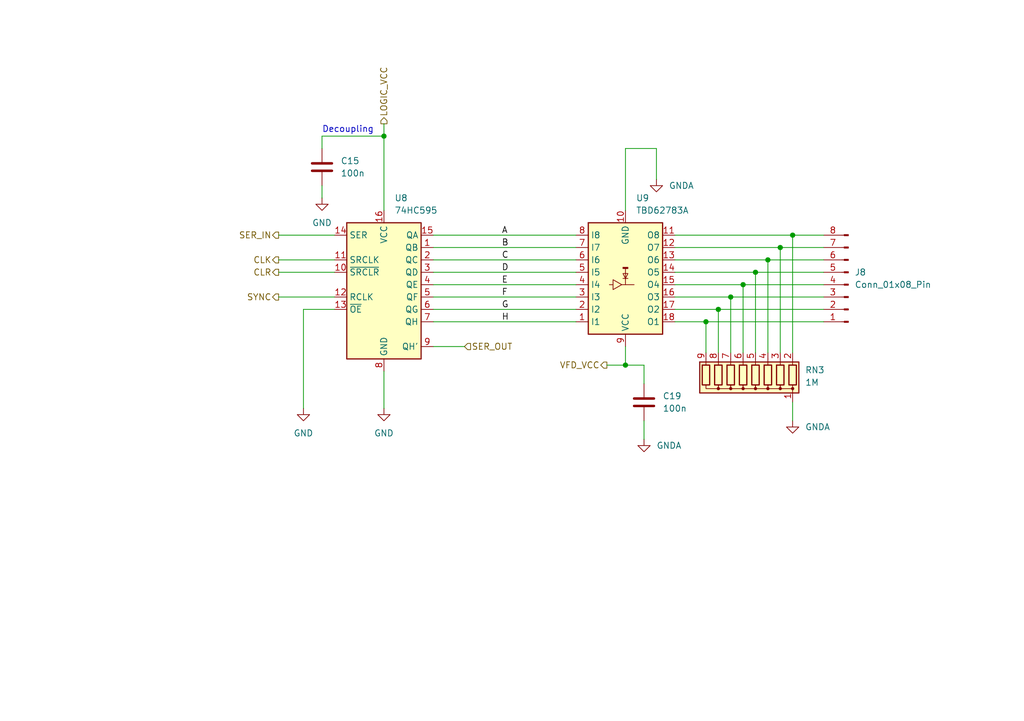
<source format=kicad_sch>
(kicad_sch (version 20250114) (generator "eeschema") (generator_version "9.0")
  (paper "A5")
  (title_block (title "8 Pin Driver") (date "2025-08-26") (rev "1.0.0") (company "ENEL200") (comment 1 "LWQ"))
  (lib_symbols
    (symbol "74xx:74HC595"
      (property "Reference" "U" (at -7.62 13.97 0))
      (property "Value" "74HC595" (at -7.62 -16.51 0))
      (symbol "74HC595_1_0"
        (pin input line (at -10.16 10.16 0) (length 2.54) (name "SER") (number "14"))
        (pin input line (at -10.16 5.08 0) (length 2.54) (name "SRCLK") (number "11"))
        (pin input line (at -10.16 2.54 0) (length 2.54) (name "~{SRCLR}") (number "10"))
        (pin input line (at -10.16 -2.54 0) (length 2.54) (name "RCLK") (number "12"))
        (pin input line (at -10.16 -5.08 0) (length 2.54) (name "~{OE}") (number "13"))
        (pin power_in line (at 0 15.24 270) (length 2.54) (name "VCC") (number "16"))
        (pin power_in line (at 0 -17.78 90) (length 2.54) (name "GND") (number "8"))
        (pin tri_state line (at 10.16 10.16 180) (length 2.54) (name "QA") (number "15"))
        (pin tri_state line (at 10.16 7.62 180) (length 2.54) (name "QB") (number "1"))
        (pin tri_state line (at 10.16 5.08 180) (length 2.54) (name "QC") (number "2"))
        (pin tri_state line (at 10.16 2.54 180) (length 2.54) (name "QD") (number "3"))
        (pin tri_state line (at 10.16 0 180) (length 2.54) (name "QE") (number "4"))
        (pin tri_state line (at 10.16 -2.54 180) (length 2.54) (name "QF") (number "5"))
        (pin tri_state line (at 10.16 -5.08 180) (length 2.54) (name "QG") (number "6"))
        (pin tri_state line (at 10.16 -7.62 180) (length 2.54) (name "QH") (number "7"))
        (pin output line (at 10.16 -12.7 180) (length 2.54) (name "QH'") (number "9"))
      )
      (symbol "74HC595_1_1"
        (rectangle (start -7.62 12.7) (end 7.62 -15.24) (stroke (width 0.254)) (fill (type background)))
      )
    )
    (symbol "Connector:Conn_01x08_Pin" (pin_names (offset 1.016) (hide yes))
      (property "Reference" "J" (at 0 10.16 0))
      (property "Value" "Conn_01x08_Pin" (at 0 -12.7 0))
      (symbol "Conn_01x08_Pin_1_1"
        (rectangle (start 0.8636 7.747) (end 0 7.493) (stroke (width 0.1524)) (fill (type outline)))
        (rectangle (start 0.8636 5.207) (end 0 4.953) (stroke (width 0.1524)) (fill (type outline)))
        (rectangle (start 0.8636 2.667) (end 0 2.413) (stroke (width 0.1524)) (fill (type outline)))
        (rectangle (start 0.8636 0.127) (end 0 -0.127) (stroke (width 0.1524)) (fill (type outline)))
        (rectangle (start 0.8636 -2.413) (end 0 -2.667) (stroke (width 0.1524)) (fill (type outline)))
        (rectangle (start 0.8636 -4.953) (end 0 -5.207) (stroke (width 0.1524)) (fill (type outline)))
        (rectangle (start 0.8636 -7.493) (end 0 -7.747) (stroke (width 0.1524)) (fill (type outline)))
        (rectangle (start 0.8636 -10.033) (end 0 -10.287) (stroke (width 0.1524)) (fill (type outline)))
        (polyline (pts (xy 1.27 7.62) (xy 0.8636 7.62)) (stroke (width 0.1524)))
        (polyline (pts (xy 1.27 5.08) (xy 0.8636 5.08)) (stroke (width 0.1524)))
        (polyline (pts (xy 1.27 2.54) (xy 0.8636 2.54)) (stroke (width 0.1524)))
        (polyline (pts (xy 1.27 0) (xy 0.8636 0)) (stroke (width 0.1524)))
        (polyline (pts (xy 1.27 -2.54) (xy 0.8636 -2.54)) (stroke (width 0.1524)))
        (polyline (pts (xy 1.27 -5.08) (xy 0.8636 -5.08)) (stroke (width 0.1524)))
        (polyline (pts (xy 1.27 -7.62) (xy 0.8636 -7.62)) (stroke (width 0.1524)))
        (polyline (pts (xy 1.27 -10.16) (xy 0.8636 -10.16)) (stroke (width 0.1524)))
        (pin passive line (at 5.08 7.62 180) (length 3.81) (name "Pin_1") (number "1"))
        (pin passive line (at 5.08 5.08 180) (length 3.81) (name "Pin_2") (number "2"))
        (pin passive line (at 5.08 2.54 180) (length 3.81) (name "Pin_3") (number "3"))
        (pin passive line (at 5.08 0 180) (length 3.81) (name "Pin_4") (number "4"))
        (pin passive line (at 5.08 -2.54 180) (length 3.81) (name "Pin_5") (number "5"))
        (pin passive line (at 5.08 -5.08 180) (length 3.81) (name "Pin_6") (number "6"))
        (pin passive line (at 5.08 -7.62 180) (length 3.81) (name "Pin_7") (number "7"))
        (pin passive line (at 5.08 -10.16 180) (length 3.81) (name "Pin_8") (number "8"))
      )
    )
    (symbol "Device:C" (pin_numbers (hide yes)) (pin_names (offset 0.254))
      (property "Reference" "C" (at 0.635 2.54 0))
      (property "Value" "C" (at 0.635 -2.54 0))
      (symbol "C_0_1"
        (polyline (pts (xy -2.032 0.762) (xy 2.032 0.762)) (stroke (width 0.508)))
        (polyline (pts (xy -2.032 -0.762) (xy 2.032 -0.762)) (stroke (width 0.508)))
      )
      (symbol "C_1_1"
        (pin passive line (at 0 3.81 270) (length 2.794) (name "~") (number "1"))
        (pin passive line (at 0 -3.81 90) (length 2.794) (name "~") (number "2"))
      )
    )
    (symbol "Device:R_Network08" (pin_names (offset 0) (hide yes))
      (property "Reference" "RN" (at -12.7 0 90))
      (property "Value" "R_Network08" (at 10.16 0 90))
      (symbol "R_Network08_0_1"
        (rectangle (start -11.43 -3.175) (end 8.89 3.175) (stroke (width 0.254)) (fill (type background)))
        (rectangle (start -10.922 1.524) (end -9.398 -2.54) (stroke (width 0.254)))
        (circle (center -10.16 2.286) (radius 0.254) (fill (type outline)))
        (polyline (pts (xy -10.16 1.524) (xy -10.16 2.286) (xy -7.62 2.286) (xy -7.62 1.524)))
        (polyline (pts (xy -10.16 -2.54) (xy -10.16 -3.81)))
        (rectangle (start -8.382 1.524) (end -6.858 -2.54) (stroke (width 0.254)))
        (circle (center -7.62 2.286) (radius 0.254) (fill (type outline)))
        (polyline (pts (xy -7.62 1.524) (xy -7.62 2.286) (xy -5.08 2.286) (xy -5.08 1.524)))
        (polyline (pts (xy -7.62 -2.54) (xy -7.62 -3.81)))
        (rectangle (start -5.842 1.524) (end -4.318 -2.54) (stroke (width 0.254)))
        (circle (center -5.08 2.286) (radius 0.254) (fill (type outline)))
        (polyline (pts (xy -5.08 1.524) (xy -5.08 2.286) (xy -2.54 2.286) (xy -2.54 1.524)))
        (polyline (pts (xy -5.08 -2.54) (xy -5.08 -3.81)))
        (rectangle (start -3.302 1.524) (end -1.778 -2.54) (stroke (width 0.254)))
        (circle (center -2.54 2.286) (radius 0.254) (fill (type outline)))
        (polyline (pts (xy -2.54 1.524) (xy -2.54 2.286) (xy 0 2.286) (xy 0 1.524)))
        (polyline (pts (xy -2.54 -2.54) (xy -2.54 -3.81)))
        (rectangle (start -0.762 1.524) (end 0.762 -2.54) (stroke (width 0.254)))
        (circle (center 0 2.286) (radius 0.254) (fill (type outline)))
        (polyline (pts (xy 0 1.524) (xy 0 2.286) (xy 2.54 2.286) (xy 2.54 1.524)))
        (polyline (pts (xy 0 -2.54) (xy 0 -3.81)))
        (rectangle (start 1.778 1.524) (end 3.302 -2.54) (stroke (width 0.254)))
        (circle (center 2.54 2.286) (radius 0.254) (fill (type outline)))
        (polyline (pts (xy 2.54 1.524) (xy 2.54 2.286) (xy 5.08 2.286) (xy 5.08 1.524)))
        (polyline (pts (xy 2.54 -2.54) (xy 2.54 -3.81)))
        (rectangle (start 4.318 1.524) (end 5.842 -2.54) (stroke (width 0.254)))
        (circle (center 5.08 2.286) (radius 0.254) (fill (type outline)))
        (polyline (pts (xy 5.08 1.524) (xy 5.08 2.286) (xy 7.62 2.286) (xy 7.62 1.524)))
        (polyline (pts (xy 5.08 -2.54) (xy 5.08 -3.81)))
        (rectangle (start 6.858 1.524) (end 8.382 -2.54) (stroke (width 0.254)))
        (polyline (pts (xy 7.62 -2.54) (xy 7.62 -3.81)))
      )
      (symbol "R_Network08_1_1"
        (pin passive line (at -10.16 5.08 270) (length 2.54) (name "common") (number "1"))
        (pin passive line (at -10.16 -5.08 90) (length 1.27) (name "R1") (number "2"))
        (pin passive line (at -7.62 -5.08 90) (length 1.27) (name "R2") (number "3"))
        (pin passive line (at -5.08 -5.08 90) (length 1.27) (name "R3") (number "4"))
        (pin passive line (at -2.54 -5.08 90) (length 1.27) (name "R4") (number "5"))
        (pin passive line (at 0 -5.08 90) (length 1.27) (name "R5") (number "6"))
        (pin passive line (at 2.54 -5.08 90) (length 1.27) (name "R6") (number "7"))
        (pin passive line (at 5.08 -5.08 90) (length 1.27) (name "R7") (number "8"))
        (pin passive line (at 7.62 -5.08 90) (length 1.27) (name "R8") (number "9"))
      )
    )
    (symbol "Transistor_Array:TBD62783A"
      (property "Reference" "U" (at -7.62 11.43 0))
      (property "Value" "TBD62783A" (at 1.27 11.43 0))
      (symbol "TBD62783A_0_1"
        (rectangle (start -7.62 10.16) (end 7.62 -12.7) (stroke (width 0.254)) (fill (type background)))
        (polyline (pts (xy -3.302 0) (xy -2.54 0) (xy -2.54 1.016) (xy -0.762 0) (xy -2.54 -1.016) (xy -2.54 0)))
        (polyline (pts (xy -1.778 2.794) (xy -1.778 2.794)) (stroke (width 0.254)))
        (polyline (pts (xy -1.778 2.032) (xy -1.778 2.032)) (stroke (width 0.254)))
        (polyline (pts (xy -1.778 1.27) (xy -1.778 1.27)) (stroke (width 0.254)))
        (polyline (pts (xy -1.778 -1.27) (xy -1.778 -1.27)) (stroke (width 0.254)))
        (polyline (pts (xy -1.778 -2.032) (xy -1.778 -2.032)) (stroke (width 0.254)))
        (polyline (pts (xy -1.778 -2.794) (xy -1.778 -2.794)) (stroke (width 0.254)))
        (polyline (pts (xy -0.762 0) (xy 1.778 0)))
        (polyline (pts (xy -0.508 -1.27) (xy 0.508 -1.27)))
        (rectangle (start -0.508 -3.302) (end 0.508 -3.556) (fill (type outline)))
        (polyline (pts (xy 0 0) (xy 0 0)) (stroke (width 0.508)))
        (polyline (pts (xy 0 0) (xy 0 -3.302)))
        (polyline (pts (xy 0 -1.27) (xy -0.508 -2.286) (xy 0.508 -2.286) (xy 0 -1.27)))
      )
      (symbol "TBD62783A_1_1"
        (pin input line (at -10.16 7.62 0) (length 2.54) (name "I1") (number "1"))
        (pin input line (at -10.16 5.08 0) (length 2.54) (name "I2") (number "2"))
        (pin input line (at -10.16 2.54 0) (length 2.54) (name "I3") (number "3"))
        (pin input line (at -10.16 0 0) (length 2.54) (name "I4") (number "4"))
        (pin input line (at -10.16 -2.54 0) (length 2.54) (name "I5") (number "5"))
        (pin input line (at -10.16 -5.08 0) (length 2.54) (name "I6") (number "6"))
        (pin input line (at -10.16 -7.62 0) (length 2.54) (name "I7") (number "7"))
        (pin input line (at -10.16 -10.16 0) (length 2.54) (name "I8") (number "8"))
        (pin power_in line (at 0 12.7 270) (length 2.54) (name "VCC") (number "9"))
        (pin power_in line (at 0 -15.24 90) (length 2.54) (name "GND") (number "10"))
        (pin open_emitter line (at 10.16 7.62 180) (length 2.54) (name "O1") (number "18"))
        (pin open_emitter line (at 10.16 5.08 180) (length 2.54) (name "O2") (number "17"))
        (pin open_emitter line (at 10.16 2.54 180) (length 2.54) (name "O3") (number "16"))
        (pin open_emitter line (at 10.16 0 180) (length 2.54) (name "O4") (number "15"))
        (pin open_emitter line (at 10.16 -2.54 180) (length 2.54) (name "O5") (number "14"))
        (pin open_emitter line (at 10.16 -5.08 180) (length 2.54) (name "O6") (number "13"))
        (pin open_emitter line (at 10.16 -7.62 180) (length 2.54) (name "O7") (number "12"))
        (pin open_emitter line (at 10.16 -10.16 180) (length 2.54) (name "O8") (number "11"))
      )
    )
    (symbol "power:GND" (power) (pin_numbers (hide yes)) (pin_names (offset 0) (hide yes))
      (property "Value" "GND" (at 0 -3.81 0))
      (symbol "GND_0_1"
        (polyline (pts (xy 0 0) (xy 0 -1.27) (xy 1.27 -1.27) (xy 0 -2.54) (xy -1.27 -1.27) (xy 0 -1.27)))
      )
      (symbol "GND_1_1"
        (pin power_in line (at 0 0 270) (length 0) (name "~") (number "1"))
      )
    )
    (symbol "power:GNDA" (power) (pin_numbers (hide yes)) (pin_names (offset 0) (hide yes))
      (property "Value" "GNDA" (at 0 -3.81 0))
      (symbol "GNDA_0_1"
        (polyline (pts (xy 0 0) (xy 0 -1.27) (xy 1.27 -1.27) (xy 0 -2.54) (xy -1.27 -1.27) (xy 0 -1.27)))
      )
      (symbol "GNDA_1_1"
        (pin power_in line (at 0 0 270) (length 0) (name "~") (number "1"))
      )
    )
  )
  (text "Decoupling" (at 71.374 26.67 0) (effects (font (size 1.27 1.27))))
  (junction (at 152.4 58.42))
  (junction (at 128.27 74.93))
  (junction (at 147.32 63.5))
  (junction (at 149.86 60.96))
  (junction (at 154.94 55.88))
  (junction (at 157.48 53.34))
  (junction (at 144.78 66.04))
  (junction (at 78.74 27.94))
  (junction (at 162.56 48.26))
  (junction (at 160.02 50.8))
  (wire (pts (xy 149.86 60.96) (xy 168.91 60.96)))
  (wire (pts (xy 88.9 66.04) (xy 118.11 66.04)))
  (wire (pts (xy 88.9 55.88) (xy 118.11 55.88)))
  (wire (pts (xy 138.43 60.96) (xy 149.86 60.96)))
  (wire (pts (xy 147.32 63.5) (xy 168.91 63.5)))
  (wire (pts (xy 88.9 71.12) (xy 95.25 71.12)))
  (wire (pts (xy 124.46 74.93) (xy 128.27 74.93)))
  (wire (pts (xy 62.23 63.5) (xy 68.58 63.5)))
  (wire (pts (xy 162.56 82.55) (xy 162.56 86.36)))
  (wire (pts (xy 88.9 58.42) (xy 118.11 58.42)))
  (wire (pts (xy 132.08 74.93) (xy 128.27 74.93)))
  (wire (pts (xy 138.43 58.42) (xy 152.4 58.42)))
  (wire (pts (xy 62.23 63.5) (xy 62.23 83.82)))
  (wire (pts (xy 66.04 38.1) (xy 66.04 40.64)))
  (wire (pts (xy 57.15 60.96) (xy 68.58 60.96)))
  (wire (pts (xy 162.56 48.26) (xy 162.56 72.39)))
  (wire (pts (xy 160.02 50.8) (xy 160.02 72.39)))
  (wire (pts (xy 138.43 48.26) (xy 162.56 48.26)))
  (wire (pts (xy 57.15 55.88) (xy 68.58 55.88)))
  (wire (pts (xy 138.43 66.04) (xy 144.78 66.04)))
  (wire (pts (xy 157.48 53.34) (xy 157.48 72.39)))
  (wire (pts (xy 88.9 50.8) (xy 118.11 50.8)))
  (wire (pts (xy 57.15 48.26) (xy 68.58 48.26)))
  (wire (pts (xy 128.27 30.48) (xy 134.62 30.48)))
  (wire (pts (xy 138.43 55.88) (xy 154.94 55.88)))
  (wire (pts (xy 128.27 43.18) (xy 128.27 30.48)))
  (wire (pts (xy 162.56 48.26) (xy 168.91 48.26)))
  (wire (pts (xy 78.74 25.4) (xy 78.74 27.94)))
  (wire (pts (xy 138.43 50.8) (xy 160.02 50.8)))
  (wire (pts (xy 57.15 53.34) (xy 68.58 53.34)))
  (wire (pts (xy 149.86 60.96) (xy 149.86 72.39)))
  (wire (pts (xy 134.62 30.48) (xy 134.62 36.83)))
  (wire (pts (xy 152.4 58.42) (xy 168.91 58.42)))
  (wire (pts (xy 78.74 27.94) (xy 78.74 43.18)))
  (wire (pts (xy 160.02 50.8) (xy 168.91 50.8)))
  (wire (pts (xy 88.9 53.34) (xy 118.11 53.34)))
  (wire (pts (xy 88.9 63.5) (xy 118.11 63.5)))
  (wire (pts (xy 128.27 74.93) (xy 128.27 71.12)))
  (wire (pts (xy 144.78 66.04) (xy 168.91 66.04)))
  (wire (pts (xy 138.43 63.5) (xy 147.32 63.5)))
  (wire (pts (xy 157.48 53.34) (xy 168.91 53.34)))
  (wire (pts (xy 132.08 86.36) (xy 132.08 90.17)))
  (wire (pts (xy 147.32 63.5) (xy 147.32 72.39)))
  (wire (pts (xy 66.04 27.94) (xy 66.04 30.48)))
  (wire (pts (xy 88.9 48.26) (xy 118.11 48.26)))
  (wire (pts (xy 132.08 78.74) (xy 132.08 74.93)))
  (wire (pts (xy 154.94 55.88) (xy 168.91 55.88)))
  (wire (pts (xy 144.78 66.04) (xy 144.78 72.39)))
  (wire (pts (xy 138.43 53.34) (xy 157.48 53.34)))
  (wire (pts (xy 88.9 60.96) (xy 118.11 60.96)))
  (wire (pts (xy 152.4 58.42) (xy 152.4 72.39)))
  (wire (pts (xy 78.74 76.2) (xy 78.74 83.82)))
  (wire (pts (xy 78.74 27.94) (xy 66.04 27.94)))
  (wire (pts (xy 154.94 55.88) (xy 154.94 72.39)))
  (label "H" (at 102.87 66.04 0))
  (label "E" (at 102.87 58.42 0))
  (label "C" (at 102.87 53.34 0))
  (label "B" (at 102.87 50.8 0))
  (label "A" (at 102.87 48.26 0))
  (label "G" (at 102.87 63.5 0))
  (label "F" (at 102.87 60.96 0))
  (label "D" (at 102.87 55.88 0))
  (hierarchical_label "VFD_VCC" (shape output) (at 124.46 74.93 180))
  (hierarchical_label "CLR" (shape output) (at 57.15 55.88 180))
  (hierarchical_label "SER_IN" (shape output) (at 57.15 48.26 180))
  (hierarchical_label "LOGIC_VCC" (shape output) (at 78.74 25.4 90))
  (hierarchical_label "SYNC" (shape output) (at 57.15 60.96 180))
  (hierarchical_label "SER_OUT" (shape input) (at 95.25 71.12 0))
  (hierarchical_label "CLK" (shape output) (at 57.15 53.34 180))
  (symbol (lib_id "74xx:74HC595") (at 78.74 58.42 0) (unit 1)
    (property "Reference" "U4" (at 80.8833 40.64 0) (effects (justify left)))
    (property "Value" "74HC595" (at 80.8833 43.18 0) (effects (justify left)))
    (property "Footprint" "Package_DIP:DIP-16_W7.62mm" (effects (hide yes)))
    (property "Datasheet" "http://www.ti.com/lit/ds/symlink/sn74hc595.pdf" (effects (hide yes)))
    (property "Description" "8-bit serial in/out Shift Register 3-State Outputs" (effects (hide yes)))
    (property "Digikey Part No" "UC" (effects (hide yes)))
    (property "Manufacturer Part No" "74HC595" (effects (hide yes)))
    (property "Unit Price ($)" "1.20" (effects (hide yes)))
    (property "Cascade Component" "1" (effects (hide yes)))
    (property "Master Component" "0" (effects (hide yes)))
    (instances (project "vfd" (path "" (reference "U8") (unit 1)) (path "" (reference "U10") (unit 1)) (path "" (reference "U4") (unit 1)) (path "" (reference "U6") (unit 1))))
  )
  (symbol (lib_id "Device:R_Network08") (at 152.4 77.47 180) (unit 1)
    (property "Reference" "RN1" (at 165.1 75.9459 0) (effects (justify right)))
    (property "Value" "1M" (at 165.1 78.4859 0) (effects (justify right)))
    (property "Footprint" "Resistor_THT:R_Array_SIP9" (effects (hide yes)))
    (property "Datasheet" "http://www.vishay.com/docs/31509/csc.pdf" (effects (hide yes)))
    (property "Description" "8 resistor network, star topology, bussed resistors, small symbol" (effects (hide yes)))
    (property "Cascade Component" "1" (effects (hide yes)))
    (property "Digikey Part No" "4609X-101-474LF-ND" (effects (hide yes)))
    (property "Manufacturer Part No" "4609X-101-474LF" (effects (hide yes)))
    (property "Master Component" "0" (effects (hide yes)))
    (property "Unit Price ($)" "0.9085" (effects (hide yes)))
    (instances (project "" (path "" (reference "RN3") (unit 1)) (path "" (reference "RN4") (unit 1)) (path "" (reference "RN1") (unit 1)) (path "" (reference "RN2") (unit 1))))
  )
  (symbol (lib_id "power:GNDA") (at 134.62 36.83 0) (mirror y) (unit 1)
    (property "Reference" "#PWR074" (effects (hide yes)))
    (property "Value" "GNDA" (at 137.16 38.0999 0) (effects (justify right)))
    (property "Description" "Power symbol creates a global label with name \"GNDA\" , analog ground" (effects (hide yes)))
    (instances (project "vfd" (path "" (reference "#PWR082") (unit 1)) (path "" (reference "#PWR086") (unit 1)) (path "" (reference "#PWR074") (unit 1)) (path "" (reference "#PWR078") (unit 1))))
  )
  (symbol (lib_id "power:GND") (at 78.74 83.82 0) (unit 1)
    (property "Reference" "#PWR077" (effects (hide yes)))
    (property "Value" "GND" (at 78.74 88.9 0))
    (property "Description" "Power symbol creates a global label with name \"GND\" , ground" (effects (hide yes)))
    (instances (project "vfd" (path "" (reference "#PWR085") (unit 1)) (path "" (reference "#PWR089") (unit 1)) (path "" (reference "#PWR077") (unit 1)) (path "" (reference "#PWR081") (unit 1))))
  )
  (symbol (lib_id "Transistor_Array:TBD62783A") (at 128.27 58.42 0) (mirror x) (unit 1)
    (property "Reference" "U5" (at 130.4133 40.64 0) (effects (justify left)))
    (property "Value" "TBD62783A" (at 130.4133 43.18 0) (effects (justify left)))
    (property "Footprint" "Custom:SOP-18_7.495x11.515mm_P1.27mm" (effects (hide yes)))
    (property "Datasheet" "http://toshiba.semicon-storage.com/info/docget.jsp?did=30523&prodName=TBD62783APG" (effects (hide yes)))
    (property "Description" "8-Channel Source Type Transistor Array, TTL and CMOS compatible, 500mA, 50V, DIP-18/SOP-18/SSOP-18/SOIC-18W" (effects (hide yes)))
    (property "Digikey Part No" "TBD62783AFWGELCT-ND" (effects (hide yes)))
    (property "Manufacturer Part No" "TBD62783AFWG,EL" (effects (hide yes)))
    (property "Unit Price ($)" "3.36950" (effects (hide yes)))
    (property "Cascade Component" "1" (effects (hide yes)))
    (property "Master Component" "0" (effects (hide yes)))
    (instances (project "vfd" (path "" (reference "U9") (unit 1)) (path "" (reference "U11") (unit 1)) (path "" (reference "U5") (unit 1)) (path "" (reference "U7") (unit 1))))
  )
  (symbol (lib_id "power:GNDA") (at 162.56 86.36 0) (mirror y) (unit 1)
    (property "Reference" "#PWR090" (effects (hide yes)))
    (property "Value" "GNDA" (at 165.1 87.6299 0) (effects (justify right)))
    (property "Description" "Power symbol creates a global label with name \"GNDA\" , analog ground" (effects (hide yes)))
    (instances (project "vvfd" (path "" (reference "#PWR092") (unit 1)) (path "" (reference "#PWR093") (unit 1)) (path "" (reference "#PWR090") (unit 1)) (path "" (reference "#PWR091") (unit 1))))
  )
  (symbol (lib_id "Device:C") (at 66.04 34.29 0) (unit 1)
    (property "Reference" "C13" (at 69.85 33.0199 0) (effects (justify left)))
    (property "Value" "100n" (at 69.85 35.5599 0) (effects (justify left)))
    (property "Footprint" "Capacitor_THT:C_Disc_D5.1mm_W3.2mm_P5.00mm" (effects (hide yes)))
    (property "Description" "Unpolarized capacitor" (effects (hide yes)))
    (property "Digikey Part No" "UC" (effects (hide yes)))
    (property "Unit Price ($)" "0.20" (effects (hide yes)))
    (property "Cascade Component" "1" (effects (hide yes)))
    (property "Master Component" "0" (effects (hide yes)))
    (instances (project "vvfd" (path "" (reference "C15") (unit 1)) (path "" (reference "C16") (unit 1)) (path "" (reference "C13") (unit 1)) (path "" (reference "C14") (unit 1))))
  )
  (symbol (lib_id "power:GNDA") (at 132.08 90.17 0) (mirror y) (unit 1)
    (property "Reference" "#PWR094" (effects (hide yes)))
    (property "Value" "GNDA" (at 134.62 91.4399 0) (effects (justify right)))
    (property "Description" "Power symbol creates a global label with name \"GNDA\" , analog ground" (effects (hide yes)))
    (instances (project "vvfd" (path "" (reference "#PWR096") (unit 1)) (path "" (reference "#PWR097") (unit 1)) (path "" (reference "#PWR094") (unit 1)) (path "" (reference "#PWR095") (unit 1))))
  )
  (symbol (lib_id "power:GND") (at 62.23 83.82 0) (unit 1)
    (property "Reference" "#PWR076" (effects (hide yes)))
    (property "Value" "GND" (at 62.23 88.9 0))
    (property "Description" "Power symbol creates a global label with name \"GND\" , ground" (effects (hide yes)))
    (instances (project "vfd" (path "" (reference "#PWR084") (unit 1)) (path "" (reference "#PWR088") (unit 1)) (path "" (reference "#PWR076") (unit 1)) (path "" (reference "#PWR080") (unit 1))))
  )
  (symbol (lib_id "Device:C") (at 132.08 82.55 0) (unit 1)
    (property "Reference" "C17" (at 135.89 81.2799 0) (effects (justify left)))
    (property "Value" "100n" (at 135.89 83.8199 0) (effects (justify left)))
    (property "Footprint" "Capacitor_THT:C_Disc_D5.1mm_W3.2mm_P5.00mm" (effects (hide yes)))
    (property "Description" "Unpolarized capacitor" (effects (hide yes)))
    (property "Digikey Part No" "UC" (effects (hide yes)))
    (property "Unit Price ($)" "0.20" (effects (hide yes)))
    (property "Cascade Component" "1" (effects (hide yes)))
    (property "Master Component" "0" (effects (hide yes)))
    (instances (project "vvfd" (path "" (reference "C19") (unit 1)) (path "" (reference "C20") (unit 1)) (path "" (reference "C17") (unit 1)) (path "" (reference "C18") (unit 1))))
  )
  (symbol (lib_id "power:GND") (at 66.04 40.64 0) (unit 1)
    (property "Reference" "#PWR075" (effects (hide yes)))
    (property "Value" "GND" (at 66.04 45.72 0))
    (property "Description" "Power symbol creates a global label with name \"GND\" , ground" (effects (hide yes)))
    (instances (project "vvfd" (path "" (reference "#PWR083") (unit 1)) (path "" (reference "#PWR087") (unit 1)) (path "" (reference "#PWR075") (unit 1)) (path "" (reference "#PWR079") (unit 1))))
  )
  (symbol (lib_id "Connector:Conn_01x08_Pin") (at 173.99 58.42 180) (unit 1)
    (property "Reference" "J6" (at 175.26 55.8799 0) (effects (justify right)))
    (property "Value" "Conn_01x08_Pin" (at 175.26 58.4199 0) (effects (justify right)))
    (property "Footprint" "Connector_PinHeader_2.54mm:PinHeader_1x08_P2.54mm_Vertical" (effects (hide yes)))
    (property "Description" "Generic connector, single row, 01x08, script generated" (effects (hide yes)))
    (property "Digikey Part No" "UC" (effects (hide yes)))
    (property "Unit Price ($)" "0.15" (effects (hide yes)))
    (property "Cascade Component" "1" (effects (hide yes)))
    (property "Master Component" "0" (effects (hide yes)))
    (instances (project "vfd" (path "" (reference "J8") (unit 1)) (path "" (reference "J9") (unit 1)) (path "" (reference "J6") (unit 1)) (path "" (reference "J7") (unit 1))))
  )
)
</source>
